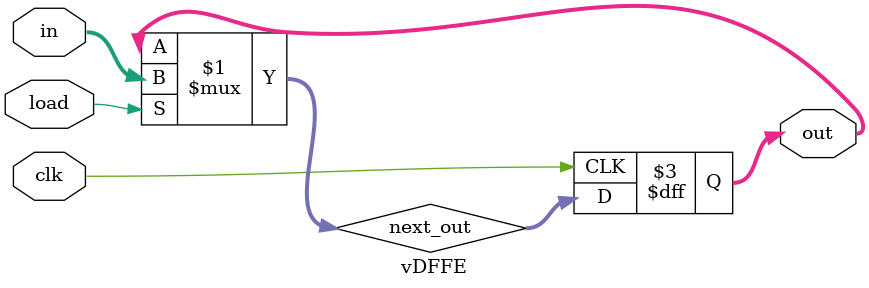
<source format=v>
module vDFFE(clk, load, in, out) ;
  parameter n = 16;  // width
  input clk, load ;
  input  [n-1:0] in ;
  output [n-1:0] out ;
  reg    [n-1:0] out ;
  wire   [n-1:0] next_out;

  assign next_out = load ? in : out;

  always @(posedge clk)
    out = next_out;
endmodule 

</source>
